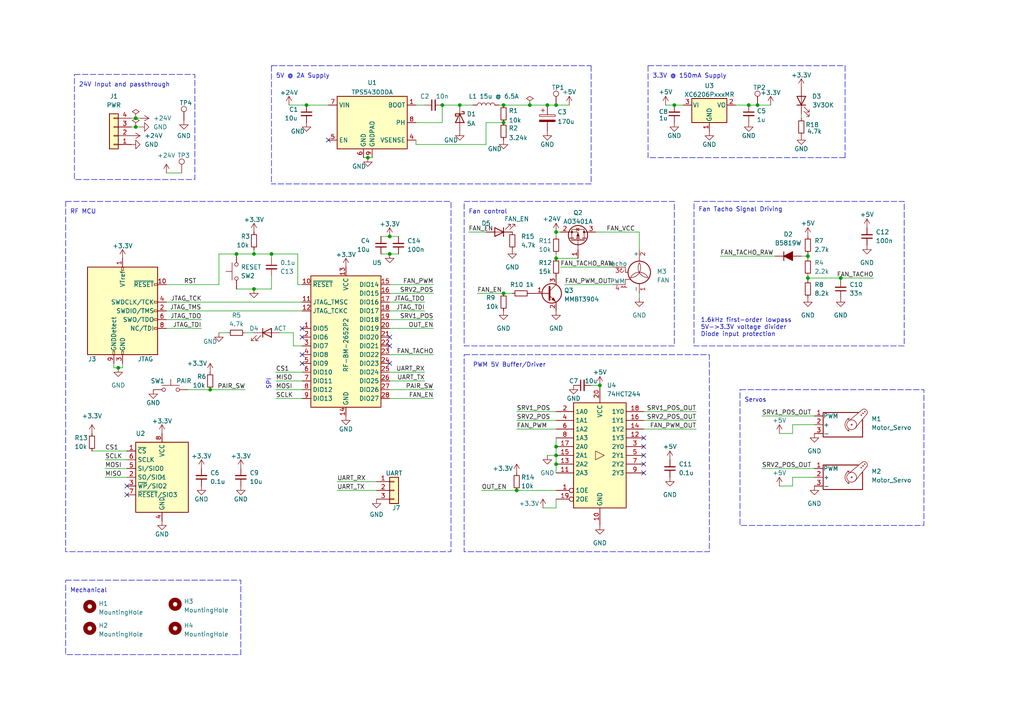
<source format=kicad_sch>
(kicad_sch (version 20231120) (generator "eeschema") (generator_version "8.0")
  (paper "A4")
  (junction (at 161.29 134.62))
  (junction (at 161.29 30.48))
  (junction (at 217.17 30.48))
  (junction (at 234.315 74.295))
  (junction (at 153.67 30.48))
  (junction (at 161.29 74.93))
  (junction (at 161.29 129.54))
  (junction (at 146.05 30.48))
  (junction (at 243.84 80.645))
  (junction (at 39.37 34.29))
  (junction (at 195.58 30.48))
  (junction (at 68.58 73.66))
  (junction (at 234.315 80.645))
  (junction (at 34.29 106.68))
  (junction (at 161.29 67.31))
  (junction (at 158.75 30.48))
  (junction (at 161.29 132.08))
  (junction (at 73.66 73.66))
  (junction (at 149.86 142.24))
  (junction (at 73.66 83.82))
  (junction (at 133.35 30.48))
  (junction (at 88.9 30.48))
  (junction (at 219.71 30.48))
  (junction (at 78.74 73.66))
  (junction (at 128.27 30.48))
  (junction (at 113.03 73.66))
  (junction (at 106.68 45.72))
  (junction (at 60.96 113.03))
  (junction (at 39.37 36.83))
  (junction (at 146.05 35.56))
  (junction (at 113.03 68.58))
  (junction (at 146.05 85.09))
  (junction (at 173.99 111.76))
  (no_connect (at 87.63 102.87))
  (no_connect (at 113.03 97.79))
  (no_connect (at 186.69 134.62))
  (no_connect (at 186.69 137.16))
  (no_connect (at 113.03 100.33))
  (no_connect (at 87.63 95.25))
  (no_connect (at 87.63 97.79))
  (no_connect (at 87.63 105.41))
  (no_connect (at 113.03 105.41))
  (no_connect (at 186.69 132.08))
  (no_connect (at 186.69 129.54))
  (no_connect (at 36.83 140.97))
  (no_connect (at 186.69 127))
  (no_connect (at 36.83 143.51))
  (no_connect (at 95.25 40.64))
  (wire (pts (xy 243.84 80.645) (xy 253.365 80.645)))
  (wire (pts (xy 113.03 73.66) (xy 115.57 73.66)))
  (wire (pts (xy 140.97 41.91) (xy 140.97 35.56)))
  (wire (pts (xy 120.65 35.56) (xy 128.27 35.56)))
  (wire (pts (xy 125.73 102.87) (xy 113.03 102.87)))
  (wire (pts (xy 106.68 45.72) (xy 107.95 45.72)))
  (wire (pts (xy 54.61 113.03) (xy 60.96 113.03)))
  (wire (pts (xy 85.09 96.52) (xy 85.09 100.33)))
  (wire (pts (xy 78.74 74.93) (xy 78.74 73.66)))
  (wire (pts (xy 52.705 50.165) (xy 48.26 50.165)))
  (wire (pts (xy 161.29 134.62) (xy 161.29 137.16)))
  (wire (pts (xy 71.12 96.52) (xy 73.66 96.52)))
  (wire (pts (xy 35.56 106.68) (xy 35.56 105.41)))
  (wire (pts (xy 110.49 73.66) (xy 113.03 73.66)))
  (wire (pts (xy 161.29 129.54) (xy 161.29 132.08)))
  (wire (pts (xy 139.7 142.24) (xy 149.86 142.24)))
  (wire (pts (xy 161.29 30.48) (xy 165.1 30.48)))
  (wire (pts (xy 113.03 95.25) (xy 125.73 95.25)))
  (wire (pts (xy 78.74 83.82) (xy 78.74 80.01)))
  (wire (pts (xy 186.69 119.38) (xy 201.93 119.38)))
  (wire (pts (xy 63.5 96.52) (xy 66.04 96.52)))
  (wire (pts (xy 243.84 80.645) (xy 243.84 81.28)))
  (wire (pts (xy 113.03 113.03) (xy 125.73 113.03)))
  (wire (pts (xy 163.83 82.55) (xy 177.8 82.55)))
  (wire (pts (xy 81.28 96.52) (xy 85.09 96.52)))
  (wire (pts (xy 219.71 30.48) (xy 223.52 30.48)))
  (wire (pts (xy 149.86 121.92) (xy 161.29 121.92)))
  (wire (pts (xy 234.315 80.645) (xy 234.315 81.28)))
  (wire (pts (xy 220.98 135.89) (xy 236.22 135.89)))
  (wire (pts (xy 213.36 30.48) (xy 217.17 30.48)))
  (wire (pts (xy 86.36 73.66) (xy 86.36 82.55)))
  (wire (pts (xy 68.58 73.66) (xy 73.66 73.66)))
  (wire (pts (xy 149.86 119.38) (xy 161.29 119.38)))
  (wire (pts (xy 83.82 30.48) (xy 88.9 30.48)))
  (wire (pts (xy 40.64 34.29) (xy 39.37 34.29)))
  (wire (pts (xy 30.48 138.43) (xy 36.83 138.43)))
  (polyline (pts (xy 78.74 19.05) (xy 171.45 19.05)) (stroke (width 0) (type dash)))
  (wire (pts (xy 161.29 73.66) (xy 161.29 74.93)))
  (wire (pts (xy 113.03 110.49) (xy 123.19 110.49)))
  (wire (pts (xy 229.87 125.73) (xy 229.87 123.19)))
  (wire (pts (xy 120.65 41.91) (xy 120.65 40.64)))
  (wire (pts (xy 86.36 82.55) (xy 87.63 82.55)))
  (wire (pts (xy 161.29 127) (xy 161.29 129.54)))
  (wire (pts (xy 80.01 115.57) (xy 87.63 115.57)))
  (wire (pts (xy 217.17 30.48) (xy 219.71 30.48)))
  (wire (pts (xy 48.26 92.71) (xy 58.42 92.71)))
  (wire (pts (xy 162.56 77.47) (xy 177.8 77.47)))
  (wire (pts (xy 48.26 95.25) (xy 58.42 95.25)))
  (polyline (pts (xy 171.45 53.34) (xy 78.74 53.34)) (stroke (width 0) (type dash)))
  (polyline (pts (xy 187.96 19.05) (xy 187.96 45.72)) (stroke (width 0) (type dash)))
  (wire (pts (xy 85.09 100.33) (xy 87.63 100.33)))
  (wire (pts (xy 133.35 30.48) (xy 137.16 30.48)))
  (wire (pts (xy 153.67 30.48) (xy 158.75 30.48)))
  (wire (pts (xy 78.74 73.66) (xy 86.36 73.66)))
  (wire (pts (xy 193.04 30.48) (xy 195.58 30.48)))
  (wire (pts (xy 73.66 83.82) (xy 78.74 83.82)))
  (wire (pts (xy 140.97 35.56) (xy 146.05 35.56)))
  (wire (pts (xy 128.27 35.56) (xy 128.27 30.48)))
  (wire (pts (xy 138.43 85.09) (xy 146.05 85.09)))
  (polyline (pts (xy 245.11 45.72) (xy 187.96 45.72)) (stroke (width 0) (type dash)))
  (wire (pts (xy 39.37 34.29) (xy 38.1 34.29)))
  (wire (pts (xy 30.48 135.89) (xy 36.83 135.89)))
  (wire (pts (xy 80.01 113.03) (xy 87.63 113.03)))
  (wire (pts (xy 234.315 80.01) (xy 234.315 80.645)))
  (wire (pts (xy 97.79 142.24) (xy 109.22 142.24)))
  (wire (pts (xy 113.03 68.58) (xy 115.57 68.58)))
  (wire (pts (xy 161.29 147.32) (xy 161.29 144.78)))
  (wire (pts (xy 88.9 30.48) (xy 95.25 30.48)))
  (wire (pts (xy 120.65 30.48) (xy 123.19 30.48)))
  (wire (pts (xy 146.05 85.09) (xy 148.59 85.09)))
  (wire (pts (xy 229.87 140.97) (xy 229.87 138.43)))
  (wire (pts (xy 48.26 82.55) (xy 63.5 82.55)))
  (wire (pts (xy 234.315 73.66) (xy 234.315 74.295)))
  (wire (pts (xy 195.58 30.48) (xy 198.12 30.48)))
  (wire (pts (xy 68.58 83.82) (xy 73.66 83.82)))
  (wire (pts (xy 73.66 72.39) (xy 73.66 73.66)))
  (wire (pts (xy 161.29 67.31) (xy 161.29 68.58)))
  (wire (pts (xy 234.315 74.295) (xy 234.315 74.93)))
  (wire (pts (xy 30.48 133.35) (xy 36.83 133.35)))
  (wire (pts (xy 172.72 67.31) (xy 185.42 67.31)))
  (wire (pts (xy 161.29 67.31) (xy 162.56 67.31)))
  (wire (pts (xy 73.66 73.66) (xy 78.74 73.66)))
  (wire (pts (xy 158.75 30.48) (xy 161.29 30.48)))
  (wire (pts (xy 48.26 90.17) (xy 87.63 90.17)))
  (wire (pts (xy 33.02 106.68) (xy 34.29 106.68)))
  (polyline (pts (xy 78.74 19.05) (xy 78.74 53.34)) (stroke (width 0) (type dash)))
  (wire (pts (xy 26.67 130.81) (xy 36.83 130.81)))
  (polyline (pts (xy 245.11 19.05) (xy 245.11 45.72)) (stroke (width 0) (type dash)))
  (wire (pts (xy 158.75 132.08) (xy 161.29 132.08)))
  (wire (pts (xy 135.89 67.31) (xy 140.97 67.31)))
  (wire (pts (xy 220.98 120.65) (xy 236.22 120.65)))
  (wire (pts (xy 40.64 36.83) (xy 39.37 36.83)))
  (wire (pts (xy 113.03 90.17) (xy 123.19 90.17)))
  (wire (pts (xy 110.49 68.58) (xy 113.03 68.58)))
  (wire (pts (xy 113.03 82.55) (xy 125.73 82.55)))
  (wire (pts (xy 146.05 30.48) (xy 153.67 30.48)))
  (wire (pts (xy 185.42 67.31) (xy 185.42 72.39)))
  (wire (pts (xy 80.01 107.95) (xy 87.63 107.95)))
  (wire (pts (xy 60.96 113.03) (xy 71.12 113.03)))
  (wire (pts (xy 48.26 87.63) (xy 87.63 87.63)))
  (wire (pts (xy 105.41 45.72) (xy 106.68 45.72)))
  (wire (pts (xy 208.915 74.295) (xy 224.79 74.295)))
  (polyline (pts (xy 187.96 19.05) (xy 245.11 19.05)) (stroke (width 0) (type dash)))
  (wire (pts (xy 149.86 124.46) (xy 161.29 124.46)))
  (wire (pts (xy 113.03 85.09) (xy 125.73 85.09)))
  (wire (pts (xy 120.65 41.91) (xy 140.97 41.91)))
  (wire (pts (xy 97.79 139.7) (xy 109.22 139.7)))
  (wire (pts (xy 157.48 147.32) (xy 161.29 147.32)))
  (wire (pts (xy 63.5 73.66) (xy 68.58 73.66)))
  (wire (pts (xy 161.29 132.08) (xy 161.29 134.62)))
  (wire (pts (xy 229.87 138.43) (xy 236.22 138.43)))
  (wire (pts (xy 34.29 106.68) (xy 35.56 106.68)))
  (wire (pts (xy 113.03 92.71) (xy 125.73 92.71)))
  (wire (pts (xy 226.06 125.73) (xy 229.87 125.73)))
  (wire (pts (xy 185.42 85.09) (xy 185.42 86.36)))
  (wire (pts (xy 234.315 80.645) (xy 243.84 80.645)))
  (wire (pts (xy 144.78 30.48) (xy 146.05 30.48)))
  (wire (pts (xy 186.69 121.92) (xy 201.93 121.92)))
  (wire (pts (xy 232.41 74.295) (xy 234.315 74.295)))
  (wire (pts (xy 33.02 105.41) (xy 33.02 106.68)))
  (wire (pts (xy 226.06 140.97) (xy 229.87 140.97)))
  (wire (pts (xy 232.41 33.02) (xy 232.41 34.29)))
  (wire (pts (xy 80.01 110.49) (xy 87.63 110.49)))
  (polyline (pts (xy 171.45 19.05) (xy 171.45 53.34)) (stroke (width 0) (type dash)))
  (wire (pts (xy 113.03 107.95) (xy 123.19 107.95)))
  (wire (pts (xy 186.69 124.46) (xy 201.93 124.46)))
  (wire (pts (xy 161.29 74.93) (xy 167.64 74.93)))
  (wire (pts (xy 113.03 115.57) (xy 125.73 115.57)))
  (wire (pts (xy 128.27 30.48) (xy 133.35 30.48)))
  (wire (pts (xy 63.5 82.55) (xy 63.5 73.66)))
  (wire (pts (xy 149.86 142.24) (xy 161.29 142.24)))
  (wire (pts (xy 229.87 123.19) (xy 236.22 123.19)))
  (wire (pts (xy 171.45 111.76) (xy 173.99 111.76)))
  (wire (pts (xy 39.37 36.83) (xy 38.1 36.83)))
  (wire (pts (xy 113.03 87.63) (xy 123.19 87.63)))
  (rectangle (start 21.59 21.59) (end 56.515 52.07) (stroke (width 0) (type dash)))
  (rectangle (start 201.295 58.42) (end 262.255 100.33) (stroke (width 0) (type dash)))
  (rectangle (start 19.05 58.42) (end 130.81 160.02) (stroke (width 0) (type dash)))
  (rectangle (start 134.62 102.87) (end 205.74 160.02) (stroke (width 0) (type dash)))
  (rectangle (start 134.62 58.42) (end 195.58 100.33) (stroke (width 0) (type dash)))
  (rectangle (start 214.63 113.03) (end 267.97 152.4) (stroke (width 0) (type dash)))
  (rectangle (start 19.05 168.275) (end 69.85 189.865) (stroke (width 0) (type dash)))
  (text "1.6kHz first-order lowpass\n5V->3.3V voltage divider\nDiode input protection" (at 203.2 97.79 0) (effects (font (size 1.27 1.27)) (justify left bottom)))
  (text "RF MCU" (at 20.32 62.23 0) (effects (font (size 1.27 1.27)) (justify left bottom)))
  (text "SPI" (at 78.74 113.03 90) (effects (font (size 1.27 1.27)) (justify left bottom)))
  (text "Mechanical" (at 20.32 172.085 0) (effects (font (size 1.27 1.27)) (justify left bottom)))
  (text "Servos" (at 215.9 116.84 0) (effects (font (size 1.27 1.27)) (justify left bottom)))
  (text "5V @ 2A Supply" (at 80.01 22.86 0) (effects (font (size 1.27 1.27)) (justify left bottom)))
  (text "Fan Tacho Signal Driving" (at 202.565 61.595 0) (effects (font (size 1.27 1.27)) (justify left bottom)))
  (text "PWM 5V Buffer/Driver" (at 137.16 106.68 0) (effects (font (size 1.27 1.27)) (justify left bottom)))
  (text "24V Input and passthrough" (at 22.86 25.4 0) (effects (font (size 1.27 1.27)) (justify left bottom)))
  (text "Fan control" (at 135.89 62.23 0) (effects (font (size 1.27 1.27)) (justify left bottom)))
  (text "3.3V @ 150mA Supply" (at 189.23 22.86 0) (effects (font (size 1.27 1.27)) (justify left bottom)))
  (label "SRV1_POS" (at 149.86 119.38 0))
  (label "FAN_PWM" (at 125.73 82.55 180))
  (label "CS1" (at 30.48 130.81 0))
  (label "JTAG_TMS" (at 49.276 90.17 0))
  (label "FAN_PWM" (at 149.86 124.46 0))
  (label "SRV1_POS_OUT" (at 220.98 120.65 0))
  (label "SRV2_POS_OUT" (at 220.98 135.89 0))
  (label "RST" (at 53.34 82.55 0))
  (label "SRV1_POS" (at 125.73 92.71 180))
  (label "FAN_VCC" (at 175.895 67.31 0))
  (label "CS1" (at 80.01 107.95 0))
  (label "FAN_PWM_OUT" (at 201.93 124.46 180))
  (label "JTAG_TDI" (at 123.19 90.17 180))
  (label "FAN_PWM_OUT" (at 163.83 82.55 0))
  (label "SCLK" (at 80.01 115.57 0))
  (label "OUT_EN" (at 139.7 142.24 0))
  (label "MISO" (at 30.48 138.43 0))
  (label "UART_TX" (at 123.19 110.49 180))
  (label "SCLK" (at 30.48 133.35 0))
  (label "FAN_TACHO_RAW" (at 208.915 74.295 0))
  (label "FAN_TACHO" (at 125.73 102.87 180))
  (label "JTAG_TCK" (at 49.53 87.63 0))
  (label "FAN_TACHO_RAW" (at 162.56 77.47 0))
  (label "OUT_EN" (at 125.73 95.25 180))
  (label "JTAG_TDI" (at 58.42 95.25 180))
  (label "PAIR_SW" (at 71.12 113.03 180))
  (label "UART_RX" (at 123.19 107.95 180))
  (label "JTAG_TDO" (at 58.42 92.71 180))
  (label "SRV2_POS_OUT" (at 201.93 121.92 180))
  (label "JTAG_TDO" (at 123.19 87.63 180))
  (label "PAIR_SW" (at 125.73 113.03 180))
  (label "MOSI" (at 30.48 135.89 0))
  (label "MOSI" (at 80.01 113.03 0))
  (label "SRV2_POS" (at 149.86 121.92 0))
  (label "SRV1_POS_OUT" (at 201.93 119.38 180))
  (label "FAN_EN" (at 138.43 85.09 0))
  (label "FAN_TACHO" (at 253.365 80.645 180))
  (label "FAN_EN" (at 135.89 67.31 0))
  (label "UART_RX" (at 97.79 139.7 0))
  (label "SRV2_POS" (at 125.73 85.09 180))
  (label "MISO" (at 80.01 110.49 0))
  (label "FAN_EN" (at 125.73 115.57 180))
  (label "UART_TX" (at 97.79 142.24 0))
  (symbol (lib_id "power:GND") (at 158.75 132.08 0) (unit 1)
    (property "Reference" "#PWR012" (effects (hide yes)))
    (property "Value" "GND" (at 158.75 137.16 0))
  )
  (symbol (lib_id "power:+24V") (at 40.64 34.29 270) (unit 1)
    (property "Reference" "#PWR0145" (effects (hide yes)))
    (property "Value" "+24V" (at 44.45 34.29 90) (effects (justify left)))
  )
  (symbol (lib_id "power:+3.3V") (at 149.86 137.16 0) (unit 1)
    (property "Reference" "#PWR0140" (effects (hide yes)))
    (property "Value" "+3.3V" (at 142.875 135.89 0) (effects (justify left)))
  )
  (symbol (lib_id "power:GND") (at 195.58 35.56 0) (unit 1)
    (property "Reference" "#PWR0147" (effects (hide yes)))
    (property "Value" "GND" (at 195.58 39.37 0))
  )
  (symbol (lib_id "Device:C_Small") (at 217.17 33.02 0) (unit 1)
    (property "Reference" "C5" (at 219.4941 32.1916 0) (effects (justify left)))
    (property "Value" "1u" (at 219.4941 34.7285 0) (effects (justify left)))
    (property "Footprint" "Capacitor_SMD:C_0805_2012Metric" (effects (hide yes)))
    (property "LCSC" "C28323" (effects (hide yes)))
  )
  (symbol (lib_id "Switch:SW_Push") (at 68.58 78.74 90) (mirror x) (unit 1)
    (property "Reference" "SW2" (at 69.85 80.01 90) (effects (justify right)))
    (property "Value" "RESET" (at 69.85 77.47 90) (effects (justify right)))
    (property "Footprint" "Button_Switch_SMD:SW_SPST_TL3342" (effects (hide yes)))
    (property "LCSC" "C318884" (effects (hide yes)))
  )
  (symbol (lib_id "power:+3.3V") (at 113.03 68.58 0) (unit 1)
    (property "Reference" "#PWR010" (effects (hide yes)))
    (property "Value" "+3.3V" (at 113.03 64.9755 0))
  )
  (symbol (lib_id "power:+3.3V") (at 73.66 67.31 0) (unit 1)
    (property "Reference" "#PWR0123" (effects (hide yes)))
    (property "Value" "+3.3V" (at 73.66 63.7055 0))
  )
  (symbol (lib_id "power:GND") (at 34.29 106.68 0) (unit 1)
    (property "Reference" "#PWR0126" (effects (hide yes)))
    (property "Value" "GND" (at 34.29 111.76 0))
  )
  (symbol (lib_id "Motor:Fan_4pin") (at 185.42 80.01 0) (unit 1)
    (property "Reference" "M3" (at 190.5 78.74 0) (effects (justify left)))
    (property "Value" "FAN" (at 190.5 81.28 0) (effects (justify left)))
    (property "Footprint" "Connector:FanPinHeader_1x04_P2.54mm_Vertical" (effects (hide yes)))
    (property "Datasheet" "http://www.formfactors.org/developer%5Cspecs%5Crev1_2_public.pdf" (effects (hide yes)))
    (property "LCSC" "C7501582" (effects (hide yes)))
  )
  (symbol (lib_id "power:GND") (at 205.74 38.1 0) (unit 1)
    (property "Reference" "#PWR0117" (effects (hide yes)))
    (property "Value" "GND" (at 205.74 41.91 0))
  )
  (symbol (lib_id "power:GND") (at 69.85 140.97 0) (unit 1)
    (property "Reference" "#PWR022" (effects (hide yes)))
    (property "Value" "GND" (at 69.85 144.78 0))
  )
  (symbol (lib_id "Device:R_Small") (at 146.05 33.02 0) (unit 1)
    (property "Reference" "R1" (at 147.5486 32.1115 0) (effects (justify left)))
    (property "Value" "10k" (at 147.5486 34.8866 0) (effects (justify left)))
    (property "Footprint" "Resistor_SMD:R_0402_1005Metric" (effects (hide yes)))
    (property "LCSC" "C25744" (effects (hide yes)))
  )
  (symbol (lib_id "power:+3.3V") (at 100.33 77.47 0) (unit 1)
    (property "Reference" "#PWR09" (effects (hide yes)))
    (property "Value" "+3.3V" (at 100.33 73.8655 0))
  )
  (symbol (lib_id "power:GND") (at 173.99 152.4 0) (unit 1)
    (property "Reference" "#PWR0137" (effects (hide yes)))
    (property "Value" "GND" (at 173.99 157.48 0))
  )
  (symbol (lib_id "Mechanical:MountingHole") (at 26.035 182.245 0) (unit 1)
    (property "Reference" "H2" (at 28.575 181.4103 0) (effects (justify left)))
    (property "Value" "MountingHole" (at 28.575 183.9472 0) (effects (justify left)))
    (property "Footprint" "MountingHole:MountingHole_3.2mm_M3" (effects (hide yes)))
  )
  (symbol (lib_id "power:+3.3V") (at 60.96 107.95 0) (unit 1)
    (property "Reference" "#PWR025" (effects (hide yes)))
    (property "Value" "+3.3V" (at 57.15 105.41 0))
  )
  (symbol (lib_id "Device:LED") (at 144.78 67.31 180) (unit 1)
    (property "Reference" "D5" (at 140.97 64.77 0))
    (property "Value" "FAN_EN" (at 149.86 63.5 0))
    (property "Footprint" "LED_SMD:LED_0805_2012Metric" (effects (hide yes)))
    (property "LCSC" "C2297" (effects (hide yes)))
  )
  (symbol (lib_id "Device:R_Small") (at 161.29 77.47 0) (unit 1)
    (property "Reference" "R12" (at 156.21 76.2 0) (effects (justify left)))
    (property "Value" "15k" (at 156.21 78.74 0) (effects (justify left)))
    (property "Footprint" "Resistor_SMD:R_0402_1005Metric" (effects (hide yes)))
    (property "LCSC" "C25756" (effects (hide yes)))
  )
  (symbol (lib_id "Device:C_Small") (at 195.58 33.02 180) (unit 1)
    (property "Reference" "C8" (at 192.405 32.385 0))
    (property "Value" "1u" (at 192.405 34.29 0))
    (property "Footprint" "Capacitor_SMD:C_0805_2012Metric" (effects (hide yes)))
    (property "LCSC" "C28323" (effects (hide yes)))
  )
  (symbol (lib_id "Device:C_Polarized") (at 158.75 34.29 0) (unit 1)
    (property "Reference" "C3" (at 161.671 32.4925 0) (effects (justify left)))
    (property "Value" "170u" (at 161.671 35.2676 0) (effects (justify left)))
    (property "Footprint" "Capacitor_SMD:CP_Elec_6.3x5.9" (effects (hide yes)))
    (property "LCSC" "C311623" (effects (hide yes)))
  )
  (symbol (lib_id "power:+5V") (at 251.46 66.04 0) (unit 1)
    (property "Reference" "#PWR028" (effects (hide yes)))
    (property "Value" "+5V" (at 251.46 62.23 0))
  )
  (symbol (lib_id "Device:R_Small") (at 73.66 69.85 180) (unit 1)
    (property "Reference" "R3" (at 69.85 68.58 0) (effects (justify right)))
    (property "Value" "10k" (at 68.58 71.12 0) (effects (justify right)))
    (property "Footprint" "Resistor_SMD:R_0402_1005Metric" (effects (hide yes)))
    (property "LCSC" "C25744" (effects (hide yes)))
  )
  (symbol (lib_id "power:PWR_FLAG") (at 39.37 36.83 0) (unit 1)
    (property "Reference" "#FLG02" (effects (hide yes)))
    (property "Value" "PWR_FLAG" (effects (hide yes)))
  )
  (symbol (lib_id "power:+3.3V") (at 35.56 74.93 0) (unit 1)
    (property "Reference" "#PWR0125" (effects (hide yes)))
    (property "Value" "+3.3V" (at 35.56 71.3255 0))
  )
  (symbol (lib_id "Device:R_Small") (at 232.41 36.83 0) (unit 1)
    (property "Reference" "R18" (at 235.585 36.195 0))
    (property "Value" "4.7k" (at 236.22 38.1 0))
    (property "Footprint" "Resistor_SMD:R_0402_1005Metric" (effects (hide yes)))
    (property "LCSC" "C25900" (effects (hide yes)))
  )
  (symbol (lib_id "Device:C_Small") (at 168.91 111.76 90) (unit 1)
    (property "Reference" "C7" (at 166.37 110.49 90))
    (property "Value" "10u" (at 171.45 110.49 90))
    (property "Footprint" "Capacitor_SMD:C_0805_2012Metric" (effects (hide yes)))
    (property "LCSC" "C440198" (effects (hide yes)))
  )
  (symbol (lib_id "power:+24V") (at 38.1 39.37 270) (unit 1)
    (property "Reference" "#PWR014" (effects (hide yes)))
    (property "Value" "+24V" (at 41.91 39.37 90) (effects (justify left)))
  )
  (symbol (lib_id "Device:R_Small") (at 151.13 85.09 90) (unit 1)
    (property "Reference" "R10" (at 149.86 82.55 90))
    (property "Value" "1k" (at 153.67 82.55 90))
    (property "Footprint" "Resistor_SMD:R_0402_1005Metric" (effects (hide yes)))
    (property "LCSC" "C11702" (effects (hide yes)))
  )
  (symbol (lib_id "Device:C_Small") (at 69.85 138.43 180) (unit 1)
    (property "Reference" "C9" (at 72.39 137.1536 0) (effects (justify right)))
    (property "Value" "10u" (at 72.39 139.6936 0) (effects (justify right)))
    (property "Footprint" "Capacitor_SMD:C_0805_2012Metric" (effects (hide yes)))
    (property "LCSC" "C440198" (effects (hide yes)))
  )
  (symbol (lib_id "Mechanical:MountingHole") (at 26.035 175.895 0) (unit 1)
    (property "Reference" "H1" (at 28.575 175.0603 0) (effects (justify left)))
    (property "Value" "MountingHole" (at 28.575 177.5972 0) (effects (justify left)))
    (property "Footprint" "MountingHole:MountingHole_3.2mm_M3" (effects (hide yes)))
  )
  (symbol (lib_id "power:GND") (at 148.59 72.39 0) (unit 1)
    (property "Reference" "#PWR031" (effects (hide yes)))
    (property "Value" "GND" (at 148.59 77.47 0))
  )
  (symbol (lib_id "power:+3.3V") (at 46.99 125.73 0) (unit 1)
    (property "Reference" "#PWR017" (effects (hide yes)))
    (property "Value" "+3.3V" (at 46.99 122.1255 0))
  )
  (symbol (lib_id "Device:C_Small") (at 110.49 71.12 180) (unit 1)
    (property "Reference" "C4" (at 107.315 69.8436 0) (effects (justify left)))
    (property "Value" "10u" (at 107.315 72.3836 0) (effects (justify left)))
    (property "Footprint" "Capacitor_SMD:C_0805_2012Metric" (effects (hide yes)))
    (property "LCSC" "C440198" (effects (hide yes)))
  )
  (symbol (lib_id "power:GND") (at 73.66 83.82 0) (unit 1)
    (property "Reference" "#PWR02" (effects (hide yes)))
    (property "Value" "GND" (effects (hide yes)))
  )
  (symbol (lib_id "Device:R_Small") (at 234.315 71.12 0) (unit 1)
    (property "Reference" "R7" (at 236.22 69.85 0) (effects (justify left)))
    (property "Value" "2.7k" (at 236.22 72.39 0) (effects (justify left)))
    (property "Footprint" "Resistor_SMD:R_0603_1608Metric" (effects (hide yes)))
    (property "LCSC" "C13167" (effects (hide yes)))
  )
  (symbol (lib_id "power:+24V") (at 48.26 50.165 0) (unit 1)
    (property "Reference" "#PWR032" (effects (hide yes)))
    (property "Value" "+24V" (at 48.26 45.085 0))
  )
  (symbol (lib_id "Device:C_Small") (at 194.31 135.89 180) (unit 1)
    (property "Reference" "C11" (at 196.85 134.6136 0) (effects (justify right)))
    (property "Value" "0.1u" (at 196.85 137.1536 0) (effects (justify right)))
    (property "Footprint" "Capacitor_SMD:C_0402_1005Metric" (effects (hide yes)))
    (property "LCSC" "C1525" (effects (hide yes)))
  )
  (symbol (lib_id "power:GND") (at 133.35 38.1 0) (unit 1)
    (property "Reference" "#PWR0110" (effects (hide yes)))
    (property "Value" "GND" (at 130.81 40.64 0))
  )
  (symbol (lib_id "power:+3.3V") (at 223.52 30.48 0) (unit 1)
    (property "Reference" "#PWR0115" (effects (hide yes)))
    (property "Value" "+3.3V" (at 223.52 26.8755 0))
  )
  (symbol (lib_id "power:GND") (at 194.31 138.43 0) (unit 1)
    (property "Reference" "#PWR023" (effects (hide yes)))
    (property "Value" "GND" (at 194.31 143.51 0))
  )
  (symbol (lib_id "Device:Q_NPN_BEC") (at 158.75 85.09 0) (unit 1)
    (property "Reference" "Q3" (at 163.6014 84.2553 0) (effects (justify left)))
    (property "Value" "MMBT3904" (at 163.6014 86.7922 0) (effects (justify left)))
    (property "Footprint" "Package_TO_SOT_SMD:SOT-23" (effects (hide yes)))
    (property "LCSC" "C20526" (effects (hide yes)))
  )
  (symbol (lib_id "Connector:TestPoint") (at 161.29 30.48 0) (unit 1)
    (property "Reference" "TP1" (at 160.02 25.4 0) (effects (justify left)))
    (property "Value" "TestPoint" (effects (hide yes)))
    (property "Footprint" "TestPoint:TestPoint_Pad_D1.0mm" (effects (hide yes)))
  )
  (symbol (lib_id "Mechanical:MountingHole") (at 50.8 182.245 0) (unit 1)
    (property "Reference" "H4" (at 53.34 181.4103 0) (effects (justify left)))
    (property "Value" "MountingHole" (at 53.34 183.9472 0) (effects (justify left)))
    (property "Footprint" "MountingHole:MountingHole_3.2mm_M3" (effects (hide yes)))
  )
  (symbol (lib_id "power:GND") (at 106.68 45.72 0) (unit 1)
    (property "Reference" "#PWR0108" (effects (hide yes)))
    (property "Value" "GND" (at 104.14 48.26 0))
  )
  (symbol (lib_id "Device:D_Filled") (at 228.6 74.295 0) (unit 1)
    (property "Reference" "D2" (at 228.6 67.945 0))
    (property "Value" "B5819W" (at 228.6 70.485 0))
    (property "Footprint" "Diode_SMD:D_SOD-123" (effects (hide yes)))
    (property "Sim.Device" "D" (effects (hide yes)))
    (property "Sim.Pins" "1=K 2=A" (effects (hide yes)))
    (property "LCSC" "C8598" (effects (hide yes)))
  )
  (symbol (lib_id "Connector:TestPoint") (at 53.34 34.925 0) (unit 1)
    (property "Reference" "TP4" (at 52.07 29.845 0) (effects (justify left)))
    (property "Value" "TestPoint" (effects (hide yes)))
    (property "Footprint" "TestPoint:TestPoint_Pad_D1.0mm" (effects (hide yes)))
  )
  (symbol (lib_id "power:GND") (at 217.17 35.56 0) (unit 1)
    (property "Reference" "#PWR0114" (effects (hide yes)))
    (property "Value" "GND" (at 217.17 39.37 0))
  )
  (symbol (lib_id "Device:R_Small") (at 68.58 96.52 90) (unit 1)
    (property "Reference" "R5" (at 68.58 91.44 90))
    (property "Value" "4.7k" (at 68.58 93.98 90))
    (property "Footprint" "Resistor_SMD:R_0402_1005Metric" (effects (hide yes)))
    (property "LCSC" "C25900" (effects (hide yes)))
  )
  (symbol (lib_id "Device:R_Small") (at 26.67 128.27 180) (unit 1)
    (property "Reference" "R13" (at 21.59 127 0) (effects (justify right)))
    (property "Value" "10k" (at 21.59 129.54 0) (effects (justify right)))
    (property "Footprint" "Resistor_SMD:R_0402_1005Metric" (effects (hide yes)))
    (property "LCSC" "C25744" (effects (hide yes)))
  )
  (symbol (lib_id "power:GND") (at 243.84 86.36 0) (unit 1)
    (property "Reference" "#PWR020" (effects (hide yes)))
    (property "Value" "GND" (at 243.84 91.44 0))
  )
  (symbol (lib_id "power:GND") (at 232.41 39.37 0) (unit 1)
    (property "Reference" "#PWR0142" (effects (hide yes)))
    (property "Value" "GND" (at 232.41 43.18 0))
  )
  (symbol (lib_id "power:GND") (at 146.05 40.64 0) (unit 1)
    (property "Reference" "#PWR0103" (effects (hide yes)))
    (property "Value" "GND" (at 143.51 43.18 0))
  )
  (symbol (lib_id "Device:C_Small") (at 58.42 138.43 180) (unit 1)
    (property "Reference" "C6" (at 60.96 137.1536 0) (effects (justify right)))
    (property "Value" "0.1u" (at 60.96 139.6936 0) (effects (justify right)))
    (property "Footprint" "Capacitor_SMD:C_0402_1005Metric" (effects (hide yes)))
    (property "LCSC" "C1525" (effects (hide yes)))
  )
  (symbol (lib_id "power:+24V") (at 161.29 67.31 0) (unit 1)
    (property "Reference" "#PWR0139" (effects (hide yes)))
    (property "Value" "+24V" (at 160.02 63.5 0))
  )
  (symbol (lib_id "Device:LED") (at 232.41 29.21 90) (unit 1)
    (property "Reference" "D3" (at 236.855 27.94 90))
    (property "Value" "3V3OK" (at 238.76 30.48 90))
    (property "Footprint" "LED_SMD:LED_0805_2012Metric" (effects (hide yes)))
    (property "LCSC" "C2297" (effects (hide yes)))
  )
  (symbol (lib_id "power:+5V") (at 173.99 111.76 0) (unit 1)
    (property "Reference" "#PWR0138" (effects (hide yes)))
    (property "Value" "+5V" (at 173.99 107.95 0))
  )
  (symbol (lib_id "power:GND") (at 146.05 90.17 0) (unit 1)
    (property "Reference" "#PWR0118" (effects (hide yes)))
    (property "Value" "GND" (at 146.05 95.25 0))
  )
  (symbol (lib_id "Device:C_Small") (at 243.84 83.82 180) (unit 1)
    (property "Reference" "C10" (at 246.38 82.5436 0) (effects (justify right)))
    (property "Value" "33n" (at 246.38 85.0836 0) (effects (justify right)))
    (property "Footprint" "Capacitor_SMD:C_0603_1608Metric" (effects (hide yes)))
    (property "LCSC" "C21117" (effects (hide yes)))
  )
  (symbol (lib_id "power:GND") (at 234.315 86.36 0) (unit 1)
    (property "Reference" "#PWR027" (effects (hide yes)))
    (property "Value" "GND" (at 234.315 91.44 0))
  )
  (symbol (lib_id "power:+24V") (at 83.82 30.48 0) (unit 1)
    (property "Reference" "#PWR0111" (effects (hide yes)))
    (property "Value" "+24V" (at 83.82 26.8755 0))
  )
  (symbol (lib_id "power:GND") (at 251.46 71.12 0) (unit 1)
    (property "Reference" "#PWR029" (effects (hide yes)))
    (property "Value" "GND" (at 251.46 76.2 0))
  )
  (symbol (lib_id "Device:C_Small") (at 125.73 30.48 90) (unit 1)
    (property "Reference" "C2" (at 123.19 27.94 90))
    (property "Value" "10n" (at 128.27 27.94 90))
    (property "Footprint" "Capacitor_SMD:C_0402_1005Metric" (effects (hide yes)))
    (property "LCSC" "C15195" (effects (hide yes)))
  )
  (symbol (lib_id "power:GND") (at 113.03 73.66 0) (unit 1)
    (property "Reference" "#PWR0120" (effects (hide yes)))
    (property "Value" "GND" (effects (hide yes)))
  )
  (symbol (lib_id "power:+5V") (at 226.06 125.73 0) (unit 1)
    (property "Reference" "#PWR06" (effects (hide yes)))
    (property "Value" "+5V" (at 226.06 121.92 0))
  )
  (symbol (lib_id "Motor:Motor_Servo") (at 243.84 138.43 0) (unit 1)
    (property "Reference" "M2" (at 252.73 136.7266 0) (effects (justify left)))
    (property "Value" "Motor_Servo" (at 252.73 139.2666 0) (effects (justify left)))
    (property "Footprint" "Connector_PinHeader_2.54mm:PinHeader_1x03_P2.54mm_Vertical" (effects (hide yes)))
    (property "Datasheet" "http://forums.parallax.com/uploads/attachments/46831/74481.png" (effects (hide yes)))
    (property "LCSC" "C7501581" (effects (hide yes)))
  )
  (symbol (lib_id "power:PWR_FLAG") (at 39.37 34.29 0) (unit 1)
    (property "Reference" "#FLG01" (effects (hide yes)))
    (property "Value" "PWR_FLAG" (effects (hide yes)))
  )
  (symbol (lib_id "Device:C_Small") (at 251.46 68.58 180) (unit 1)
    (property "Reference" "C12" (at 254 67.3036 0) (effects (justify right)))
    (property "Value" "100n" (at 254 69.8436 0) (effects (justify right)))
    (property "Footprint" "Capacitor_SMD:C_0603_1608Metric" (effects (hide yes)))
    (property "LCSC" "C14663" (effects (hide yes)))
  )
  (symbol (lib_id "74xx:74HCT244") (at 173.99 132.08 0) (unit 1)
    (property "Reference" "U4" (at 176.0094 111.76 0) (effects (justify left)))
    (property "Value" "74HCT244" (at 176.0094 114.3 0) (effects (justify left)))
    (property "Footprint" "Package_SO:TSSOP-20_4.4x6.5mm_P0.65mm" (effects (hide yes)))
    (property "Datasheet" "https://assets.nexperia.com/documents/data-sheet/74HC_HCT244.pdf" (effects (hide yes)))
    (property "LCSC" "C131088" (effects (hide yes)))
  )
  (symbol (lib_id "Regulator_Switching:TPS5430DDA") (at 107.95 35.56 0) (unit 1)
    (property "Reference" "U1" (at 107.95 23.9735 0))
    (property "Value" "TPS5430DDA" (at 107.95 26.7486 0))
    (property "Footprint" "Package_SO:TI_SO-PowerPAD-8_ThermalVias" (effects (hide yes)))
    (property "Datasheet" "http://www.ti.com/lit/ds/symlink/tps5430.pdf" (effects (hide yes)))
    (property "LCSC" "C9864" (effects (hide yes)))
  )
  (symbol (lib_id "custom_symbols:MX25R8035FZUxx0") (at 46.99 138.43 0) (unit 1)
    (property "Reference" "U2" (at 39.37 125.73 0) (effects (justify left)))
    (property "Value" "~" (at 46.99 138.43 0))
    (property "Footprint" "custom_footprints:Macronix_USON8_EP_2x3_Pitch0.5mm" (effects (hide yes)))
    (property "Datasheet" "https://www.macronix.com/Lists/Datasheet/Attachments/8749/MX25R8035F,%20Wide%20Range,%208Mb,%20v1.6.pdf" (effects (hide yes)))
    (property "LCSC" "C152596" (effects (hide yes)))
  )
  (symbol (lib_id "Device:R_Small") (at 60.96 110.49 180) (unit 1)
    (property "Reference" "R6" (at 57.15 109.22 0) (effects (justify right)))
    (property "Value" "10k" (at 55.88 111.76 0) (effects (justify right)))
    (property "Footprint" "Resistor_SMD:R_0402_1005Metric" (effects (hide yes)))
    (property "LCSC" "C25744" (effects (hide yes)))
  )
  (symbol (lib_id "power:GND") (at 44.45 113.03 0) (unit 1)
    (property "Reference" "#PWR01" (effects (hide yes)))
    (property "Value" "GND" (at 44.45 116.84 0))
  )
  (symbol (lib_id "Device:C_Small") (at 115.57 71.12 180) (unit 1)
    (property "Reference" "C14" (at 118.11 69.8436 0) (effects (justify right)))
    (property "Value" "100n" (at 118.11 72.3836 0) (effects (justify right)))
    (property "Footprint" "Capacitor_SMD:C_0603_1608Metric" (effects (hide yes)))
    (property "LCSC" "C14663" (effects (hide yes)))
  )
  (symbol (lib_id "Device:R_Small") (at 148.59 69.85 180) (unit 1)
    (property "Reference" "R15" (at 151.13 68.58 0) (effects (justify right)))
    (property "Value" "4.7k" (at 151.13 71.12 0) (effects (justify right)))
    (property "Footprint" "Resistor_SMD:R_0402_1005Metric" (effects (hide yes)))
    (property "LCSC" "C25900" (effects (hide yes)))
  )
  (symbol (lib_id "power:+3.3V") (at 58.42 135.89 0) (unit 1)
    (property "Reference" "#PWR019" (effects (hide yes)))
    (property "Value" "+3.3V" (at 58.42 132.2855 0))
  )
  (symbol (lib_id "power:GND") (at 236.22 140.97 0) (unit 1)
    (property "Reference" "#PWR03" (effects (hide yes)))
    (property "Value" "GND" (at 236.22 146.05 0))
  )
  (symbol (lib_id "power:+3.3V") (at 69.85 135.89 0) (unit 1)
    (property "Reference" "#PWR021" (effects (hide yes)))
    (property "Value" "+3.3V" (at 69.85 132.2855 0))
  )
  (symbol (lib_id "Regulator_Linear:XC6206PxxxMR") (at 205.74 30.48 0) (unit 1)
    (property "Reference" "U3" (at 205.74 24.8752 0))
    (property "Value" "XC6206PxxxMR" (at 205.74 27.4121 0))
    (property "Footprint" "Package_TO_SOT_SMD:SOT-23-3" (effects (hide yes)))
    (property "Datasheet" "https://www.torexsemi.com/file/xc6206/XC6206.pdf" (effects (hide yes)))
    (property "LCSC" "C5446" (effects (hide yes)))
  )
  (symbol (lib_id "Device:R_Small") (at 234.315 77.47 0) (unit 1)
    (property "Reference" "R4" (at 236.22 76.2 0) (effects (justify left)))
    (property "Value" "2.2k" (at 236.22 78.74 0) (effects (justify left)))
    (property "Footprint" "Resistor_SMD:R_0402_1005Metric" (effects (hide yes)))
    (property "LCSC" "C25879" (effects (hide yes)))
  )
  (symbol (lib_id "Connector:Conn_ARM_JTAG_SWD_10") (at 35.56 90.17 0) (unit 1)
    (property "Reference" "J3" (at 27.94 104.14 0) (effects (justify right)))
    (property "Value" "JTAG" (at 44.45 104.14 0) (effects (justify right)))
    (property "Footprint" "Connector_PinHeader_2.54mm:PinHeader_2x05_P2.54mm_Vertical" (effects (hide yes)))
    (property "Datasheet" "http://infocenter.arm.com/help/topic/com.arm.doc.ddi0314h/DDI0314H_coresight_components_trm.pdf" (effects (hide yes)))
    (property "LCSC" "C7501276" (effects (hide yes)))
  )
  (symbol (lib_id "power:GND") (at 38.1 41.91 90) (unit 1)
    (property "Reference" "#PWR015" (effects (hide yes)))
    (property "Value" "GND" (at 41.91 41.91 90) (effects (justify right)))
  )
  (symbol (lib_id "power:GND") (at 185.42 86.36 0) (unit 1)
    (property "Reference" "#PWR07" (effects (hide yes)))
    (property "Value" "GND" (at 185.42 91.44 0))
  )
  (symbol (lib_id "power:GND") (at 63.5 96.52 0) (unit 1)
    (property "Reference" "#PWR05" (effects (hide yes)))
    (property "Value" "GND" (at 60.96 99.06 0))
  )
  (symbol (lib_id "Motor:Motor_Servo") (at 243.84 123.19 0) (unit 1)
    (property "Reference" "M1" (at 252.73 121.4866 0) (effects (justify left)))
    (property "Value" "Motor_Servo" (at 252.73 124.0266 0) (effects (justify left)))
    (property "Footprint" "Connector_PinHeader_2.54mm:PinHeader_1x03_P2.54mm_Vertical" (effects (hide yes)))
    (property "Datasheet" "http://forums.parallax.com/uploads/attachments/46831/74481.png" (effects (hide yes)))
    (property "LCSC" "C7501581" (effects (hide yes)))
  )
  (symbol (lib_id "power:GND") (at 40.64 36.83 90) (unit 1)
    (property "Reference" "#PWR0146" (effects (hide yes)))
    (property "Value" "GND" (at 44.45 36.83 90) (effects (justify right)))
  )
  (symbol (lib_id "Connector:TestPoint") (at 52.705 50.165 0) (unit 1)
    (property "Reference" "TP3" (at 51.435 45.085 0) (effects (justify left)))
    (property "Value" "TestPoint" (effects (hide yes)))
    (property "Footprint" "TestPoint:TestPoint_Pad_D1.0mm" (effects (hide yes)))
  )
  (symbol (lib_id "Mechanical:MountingHole") (at 50.8 175.26 0) (unit 1)
    (property "Reference" "H3" (at 53.34 174.4253 0) (effects (justify left)))
    (property "Value" "MountingHole" (at 53.34 176.9622 0) (effects (justify left)))
    (property "Footprint" "MountingHole:MountingHole_3.2mm_M3" (effects (hide yes)))
  )
  (symbol (lib_id "power:GND") (at 166.37 111.76 0) (unit 1)
    (property "Reference" "#PWR0105" (effects (hide yes)))
    (property "Value" "GND" (at 166.37 115.57 0))
  )
  (symbol (lib_id "power:GND") (at 88.9 35.56 0) (unit 1)
    (property "Reference" "#PWR0109" (effects (hide yes)))
    (property "Value" "GND" (at 86.36 38.1 0))
  )
  (symbol (lib_id "power:GND") (at 236.22 125.73 0) (unit 1)
    (property "Reference" "#PWR08" (effects (hide yes)))
    (property "Value" "GND" (at 236.22 130.81 0))
  )
  (symbol (lib_id "power:GND") (at 158.75 38.1 0) (unit 1)
    (property "Reference" "#PWR0102" (effects (hide yes)))
    (property "Value" "GND" (at 158.75 41.91 0))
  )
  (symbol (lib_id "Connector:TestPoint") (at 219.71 30.48 0) (unit 1)
    (property "Reference" "TP2" (at 218.44 25.4 0) (effects (justify left)))
    (property "Value" "TestPoint" (effects (hide yes)))
    (property "Footprint" "TestPoint:TestPoint_Pad_D1.0mm" (effects (hide yes)))
  )
  (symbol (lib_id "Device:Q_PMOS_GSD") (at 167.64 69.85 270) (mirror x) (unit 1)
    (property "Reference" "Q2" (at 167.64 61.7052 90))
    (property "Value" "AO3401A" (at 167.64 64.2421 90))
    (property "Footprint" "Package_TO_SOT_SMD:SOT-23" (effects (hide yes)))
    (property "LCSC" "C15127" (effects (hide yes)))
  )
  (symbol (lib_id "power:+3.3V") (at 157.48 147.32 0) (unit 1)
    (property "Reference" "#PWR013" (effects (hide yes)))
    (property "Value" "+3.3V" (at 150.495 146.05 0) (effects (justify left)))
  )
  (symbol (lib_id "Device:LED") (at 77.47 96.52 0) (unit 1)
    (property "Reference" "D4" (at 73.66 95.25 0))
    (property "Value" "ACT" (at 81.28 95.25 0))
    (property "Footprint" "LED_SMD:LED_0805_2012Metric" (effects (hide yes)))
    (property "LCSC" "C2297" (effects (hide yes)))
  )
  (symbol (lib_id "power:GND") (at 53.34 34.925 0) (unit 1)
    (property "Reference" "#PWR033" (effects (hide yes)))
    (property "Value" "GND" (at 53.34 39.37 0))
  )
  (symbol (lib_id "power:GND") (at 46.99 151.13 0) (unit 1)
    (property "Reference" "#PWR016" (effects (hide yes)))
    (property "Value" "GND" (at 46.99 154.94 0))
  )
  (symbol (lib_id "Device:C_Small") (at 88.9 33.02 0) (unit 1)
    (property "Reference" "C1" (at 83.82 31.75 0) (effects (justify left)))
    (property "Value" "10u" (at 82.55 34.29 0) (effects (justify left)))
    (property "Footprint" "Capacitor_SMD:C_0805_2012Metric" (effects (hide yes)))
    (property "LCSC" "C440198" (effects (hide yes)))
  )
  (symbol (lib_id "Device:R_Small") (at 149.86 139.7 0) (unit 1)
    (property "Reference" "R14" (at 151.13 138.43 0) (effects (justify left)))
    (property "Value" "10k" (at 151.13 140.97 0) (effects (justify left)))
    (property "Footprint" "Resistor_SMD:R_0402_1005Metric" (effects (hide yes)))
    (property "LCSC" "C25744" (effects (hide yes)))
  )
  (symbol (lib_id "power:+5V") (at 193.04 30.48 0) (unit 1)
    (property "Reference" "#PWR0116" (effects (hide yes)))
    (property "Value" "+5V" (at 193.04 26.67 0))
  )
  (symbol (lib_id "Device:R_Small") (at 161.29 71.12 0) (unit 1)
    (property "Reference" "R11" (at 156.21 69.85 0) (effects (justify left)))
    (property "Value" "10k" (at 156.21 72.39 0) (effects (justify left)))
    (property "Footprint" "Resistor_SMD:R_0402_1005Metric" (effects (hide yes)))
    (property "LCSC" "C25744" (effects (hide yes)))
  )
  (symbol (lib_id "Connector_Generic:Conn_01x03") (at 114.3 142.24 0) (unit 1)
    (property "Reference" "J7" (at 114.935 147.32 0))
    (property "Value" "UART" (at 114.3 137.2671 0))
    (property "Footprint" "Connector_PinHeader_2.54mm:PinHeader_1x03_P2.54mm_Vertical" (effects (hide yes)))
    (property "LCSC" "C7501581" (effects (hide yes)))
  )
  (symbol (lib_id "power:GND") (at 161.29 90.17 0) (unit 1)
    (property "Reference" "#PWR0107" (effects (hide yes)))
    (property "Value" "GND" (at 161.29 95.25 0))
  )
  (symbol (lib_id "Device:D_Schottky") (at 133.35 34.29 270) (unit 1)
    (property "Reference" "D1" (at 135.382 33.064 90) (effects (justify left)))
    (property "Value" "5A" (at 135.382 35.8391 90) (effects (justify left)))
    (property "Footprint" "Diode_SMD:D_SMA" (effects (hide yes)))
    (property "LCSC" "C22452" (effects (hide yes)))
  )
  (symbol (lib_id "power:+3.3V") (at 26.67 125.73 0) (unit 1)
    (property "Reference" "#PWR030" (effects (hide yes)))
    (property "Value" "+3.3V" (at 26.67 120.65 0))
  )
  (symbol (lib_id "Device:R_Small") (at 146.05 38.1 0) (unit 1)
    (property "Reference" "R2" (at 147.5486 37.1915 0) (effects (justify left)))
    (property "Value" "3.24k" (at 147.5486 39.9666 0) (effects (justify left)))
    (property "Footprint" "Resistor_SMD:R_0402_1005Metric" (effects (hide yes)))
    (property "LCSC" "C22994" (effects (hide yes)))
  )
  (symbol (lib_id "Device:R_Small") (at 146.05 87.63 0) (unit 1)
    (property "Reference" "R9" (at 140.97 86.36 0) (effects (justify left)))
    (property "Value" "10k" (at 140.97 88.9 0) (effects (justify left)))
    (property "Footprint" "Resistor_SMD:R_0402_1005Metric" (effects (hide yes)))
    (property "LCSC" "C25744" (effects (hide yes)))
  )
  (symbol (lib_id "power:PWR_FLAG") (at 153.67 30.48 0) (unit 1)
    (property "Reference" "#FLG0103" (effects (hide yes)))
    (property "Value" "PWR_FLAG" (effects (hide yes)))
  )
  (symbol (lib_id "power:+5V") (at 234.315 68.58 0) (unit 1)
    (property "Reference" "#PWR026" (effects (hide yes)))
    (property "Value" "+5V" (at 234.315 64.77 0))
  )
  (symbol (lib_id "custom_symbols:RF-BM-2652P2") (at 100.33 99.06 0) (unit 1)
    (property "Reference" "U5" (at 107.95 76.2 0) (effects (justify left)))
    (property "Value" "RF-BM-2652P2" (at 100.33 107.95 90) (effects (justify left)))
    (property "Footprint" "custom_footprints:RF-BM-2652P2" (effects (hide yes)))
    (property "Datasheet" "https://www.szrfstar.com/app/system/entrance.php?m=include&c=access&a=dodown&lang=en&id=604" (effects (hide yes)))
    (property "LCSC" "C5440064" (effects (hide yes)))
  )
  (symbol (lib_id "power:GND") (at 100.33 120.65 0) (unit 1)
    (property "Reference" "#PWR04" (effects (hide yes)))
    (property "Value" "GND" (at 100.33 124.46 0))
  )
  (symbol (lib_id "power:+3.3V") (at 232.41 25.4 0) (unit 1)
    (property "Reference" "#PWR0143" (effects (hide yes)))
    (property "Value" "+3.3V" (at 232.41 21.7955 0))
  )
  (symbol (lib_id "Device:L") (at 140.97 30.48 90) (unit 1)
    (property "Reference" "L1" (at 137.16 27.94 90))
    (property "Value" "15u @ 6.5A" (at 144.78 27.94 90))
    (property "Footprint" "custom_footprints:L_Sunlord_MWSA1004_11.5x10.5mm" (effects (hide yes)))
    (property "LCSC" "C151872" (effects (hide yes)))
  )
  (symbol (lib_id "power:+5V") (at 226.06 140.97 0) (unit 1)
    (property "Reference" "#PWR011" (effects (hide yes)))
    (property "Value" "+5V" (at 226.06 137.16 0))
  )
  (symbol (lib_id "Device:R_Small") (at 234.315 83.82 180) (unit 1)
    (property "Reference" "R8" (at 236.22 82.55 0) (effects (justify right)))
    (property "Value" "8.2k" (at 236.22 85.09 0) (effects (justify right)))
    (property "Footprint" "Resistor_SMD:R_0402_1005Metric" (effects (hide yes)))
    (property "LCSC" "C25924" (effects (hide yes)))
  )
  (symbol (lib_id "power:+5V") (at 165.1 30.48 0) (unit 1)
    (property "Reference" "#PWR0101" (effects (hide yes)))
    (property "Value" "+5V" (at 165.1 26.67 0))
  )
  (symbol (lib_id "power:GND") (at 109.22 144.78 0) (unit 1)
    (property "Reference" "#PWR0144" (effects (hide yes)))
    (property "Value" "GND" (at 109.22 149.225 0))
  )
  (symbol (lib_id "power:GND") (at 58.42 140.97 0) (unit 1)
    (property "Reference" "#PWR018" (effects (hide yes)))
    (property "Value" "GND" (at 58.42 144.78 0))
  )
  (symbol (lib_id "power:+5V") (at 194.31 133.35 0) (unit 1)
    (property "Reference" "#PWR024" (effects (hide yes)))
    (property "Value" "+5V" (at 194.31 129.54 0))
  )
  (symbol (lib_id "Connector_Generic:Conn_01x04") (at 33.02 39.37 180) (unit 1)
    (property "Reference" "J1" (at 33.02 27.94 0))
    (property "Value" "PWR" (at 33.02 30.48 0))
    (property "Footprint" "Connector_Phoenix_MC:PhoenixContact_MCV_1,5_4-G-3.81_1x04_P3.81mm_Vertical" (effects (hide yes)))
    (property "LCSC" "C8410" (effects (hide yes)))
  )
  (symbol (lib_id "Switch:SW_Push") (at 49.53 113.03 0) (unit 1)
    (property "Reference" "SW1" (at 45.72 110.49 0))
    (property "Value" "PAIR" (at 53.34 110.49 0))
    (property "Footprint" "Button_Switch_SMD:SW_SPST_TL3342" (effects (hide yes)))
    (property "LCSC" "C318884" (effects (hide yes)))
  )
  (symbol (lib_id "Device:C_Small") (at 78.74 77.47 0) (mirror y) (unit 1)
    (property "Reference" "C13" (at 81.28 78.7464 0) (effects (justify right)))
    (property "Value" "0.1u" (at 81.28 76.2064 0) (effects (justify right)))
    (property "Footprint" "Capacitor_SMD:C_0402_1005Metric" (effects (hide yes)))
    (property "LCSC" "C1525" (effects (hide yes)))
  )
)
</source>
